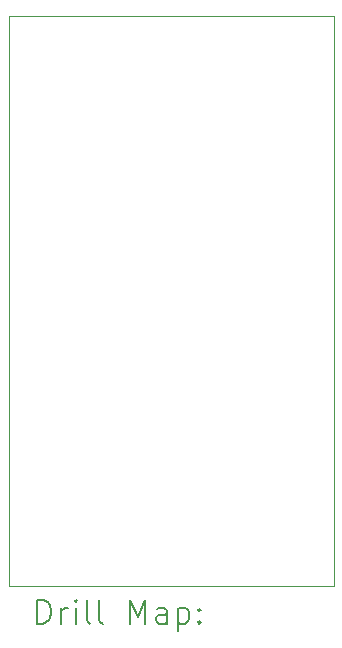
<source format=gbr>
%TF.GenerationSoftware,KiCad,Pcbnew,7.0.1*%
%TF.CreationDate,2024-07-03T15:17:04+02:00*%
%TF.ProjectId,iCE40DevBoard,69434534-3044-4657-9642-6f6172642e6b,rev?*%
%TF.SameCoordinates,Original*%
%TF.FileFunction,Drillmap*%
%TF.FilePolarity,Positive*%
%FSLAX45Y45*%
G04 Gerber Fmt 4.5, Leading zero omitted, Abs format (unit mm)*
G04 Created by KiCad (PCBNEW 7.0.1) date 2024-07-03 15:17:04*
%MOMM*%
%LPD*%
G01*
G04 APERTURE LIST*
%ADD10C,0.100000*%
%ADD11C,0.200000*%
G04 APERTURE END LIST*
D10*
X17550000Y-9625000D02*
X20300000Y-9625000D01*
X17550000Y-4800000D02*
X17550000Y-9625000D01*
X20300000Y-4800000D02*
X17550000Y-4800000D01*
X20300000Y-9625000D02*
X20300000Y-4800000D01*
D11*
X17792619Y-9942524D02*
X17792619Y-9742524D01*
X17792619Y-9742524D02*
X17840238Y-9742524D01*
X17840238Y-9742524D02*
X17868810Y-9752048D01*
X17868810Y-9752048D02*
X17887857Y-9771095D01*
X17887857Y-9771095D02*
X17897381Y-9790143D01*
X17897381Y-9790143D02*
X17906905Y-9828238D01*
X17906905Y-9828238D02*
X17906905Y-9856810D01*
X17906905Y-9856810D02*
X17897381Y-9894905D01*
X17897381Y-9894905D02*
X17887857Y-9913952D01*
X17887857Y-9913952D02*
X17868810Y-9933000D01*
X17868810Y-9933000D02*
X17840238Y-9942524D01*
X17840238Y-9942524D02*
X17792619Y-9942524D01*
X17992619Y-9942524D02*
X17992619Y-9809190D01*
X17992619Y-9847286D02*
X18002143Y-9828238D01*
X18002143Y-9828238D02*
X18011667Y-9818714D01*
X18011667Y-9818714D02*
X18030714Y-9809190D01*
X18030714Y-9809190D02*
X18049762Y-9809190D01*
X18116429Y-9942524D02*
X18116429Y-9809190D01*
X18116429Y-9742524D02*
X18106905Y-9752048D01*
X18106905Y-9752048D02*
X18116429Y-9761571D01*
X18116429Y-9761571D02*
X18125952Y-9752048D01*
X18125952Y-9752048D02*
X18116429Y-9742524D01*
X18116429Y-9742524D02*
X18116429Y-9761571D01*
X18240238Y-9942524D02*
X18221190Y-9933000D01*
X18221190Y-9933000D02*
X18211667Y-9913952D01*
X18211667Y-9913952D02*
X18211667Y-9742524D01*
X18345000Y-9942524D02*
X18325952Y-9933000D01*
X18325952Y-9933000D02*
X18316429Y-9913952D01*
X18316429Y-9913952D02*
X18316429Y-9742524D01*
X18573571Y-9942524D02*
X18573571Y-9742524D01*
X18573571Y-9742524D02*
X18640238Y-9885381D01*
X18640238Y-9885381D02*
X18706905Y-9742524D01*
X18706905Y-9742524D02*
X18706905Y-9942524D01*
X18887857Y-9942524D02*
X18887857Y-9837762D01*
X18887857Y-9837762D02*
X18878333Y-9818714D01*
X18878333Y-9818714D02*
X18859286Y-9809190D01*
X18859286Y-9809190D02*
X18821190Y-9809190D01*
X18821190Y-9809190D02*
X18802143Y-9818714D01*
X18887857Y-9933000D02*
X18868810Y-9942524D01*
X18868810Y-9942524D02*
X18821190Y-9942524D01*
X18821190Y-9942524D02*
X18802143Y-9933000D01*
X18802143Y-9933000D02*
X18792619Y-9913952D01*
X18792619Y-9913952D02*
X18792619Y-9894905D01*
X18792619Y-9894905D02*
X18802143Y-9875857D01*
X18802143Y-9875857D02*
X18821190Y-9866333D01*
X18821190Y-9866333D02*
X18868810Y-9866333D01*
X18868810Y-9866333D02*
X18887857Y-9856810D01*
X18983095Y-9809190D02*
X18983095Y-10009190D01*
X18983095Y-9818714D02*
X19002143Y-9809190D01*
X19002143Y-9809190D02*
X19040238Y-9809190D01*
X19040238Y-9809190D02*
X19059286Y-9818714D01*
X19059286Y-9818714D02*
X19068810Y-9828238D01*
X19068810Y-9828238D02*
X19078333Y-9847286D01*
X19078333Y-9847286D02*
X19078333Y-9904429D01*
X19078333Y-9904429D02*
X19068810Y-9923476D01*
X19068810Y-9923476D02*
X19059286Y-9933000D01*
X19059286Y-9933000D02*
X19040238Y-9942524D01*
X19040238Y-9942524D02*
X19002143Y-9942524D01*
X19002143Y-9942524D02*
X18983095Y-9933000D01*
X19164048Y-9923476D02*
X19173571Y-9933000D01*
X19173571Y-9933000D02*
X19164048Y-9942524D01*
X19164048Y-9942524D02*
X19154524Y-9933000D01*
X19154524Y-9933000D02*
X19164048Y-9923476D01*
X19164048Y-9923476D02*
X19164048Y-9942524D01*
X19164048Y-9818714D02*
X19173571Y-9828238D01*
X19173571Y-9828238D02*
X19164048Y-9837762D01*
X19164048Y-9837762D02*
X19154524Y-9828238D01*
X19154524Y-9828238D02*
X19164048Y-9818714D01*
X19164048Y-9818714D02*
X19164048Y-9837762D01*
M02*

</source>
